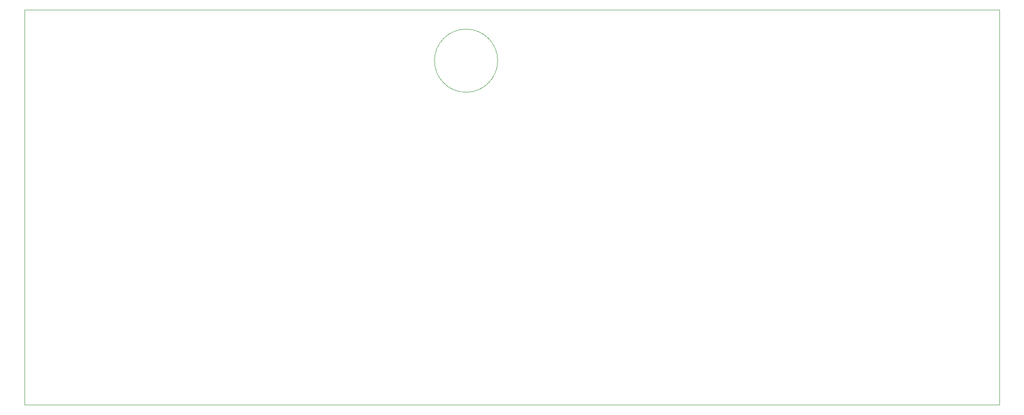
<source format=gm1>
G04 #@! TF.GenerationSoftware,KiCad,Pcbnew,7.0.9*
G04 #@! TF.CreationDate,2023-12-07T14:07:33+01:00*
G04 #@! TF.ProjectId,ESP32-S3_flipdot,45535033-322d-4533-935f-666c6970646f,rev?*
G04 #@! TF.SameCoordinates,Original*
G04 #@! TF.FileFunction,Profile,NP*
%FSLAX46Y46*%
G04 Gerber Fmt 4.6, Leading zero omitted, Abs format (unit mm)*
G04 Created by KiCad (PCBNEW 7.0.9) date 2023-12-07 14:07:33*
%MOMM*%
%LPD*%
G01*
G04 APERTURE LIST*
G04 #@! TA.AperFunction,Profile*
%ADD10C,0.100000*%
G04 #@! TD*
G04 APERTURE END LIST*
D10*
X50000000Y-50000000D02*
X235000000Y-50000000D01*
X235000000Y-125000000D01*
X50000000Y-125000000D01*
X50000000Y-50000000D01*
X139760000Y-59630000D02*
G75*
G03*
X139760000Y-59630000I-6000000J0D01*
G01*
M02*

</source>
